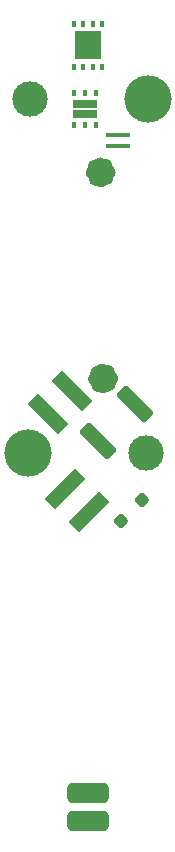
<source format=gbr>
%TF.GenerationSoftware,KiCad,Pcbnew,7.0.9*%
%TF.CreationDate,2024-07-30T16:44:57+08:00*%
%TF.ProjectId,LED,4c45442e-6b69-4636-9164-5f7063625858,rev?*%
%TF.SameCoordinates,Original*%
%TF.FileFunction,Soldermask,Top*%
%TF.FilePolarity,Negative*%
%FSLAX46Y46*%
G04 Gerber Fmt 4.6, Leading zero omitted, Abs format (unit mm)*
G04 Created by KiCad (PCBNEW 7.0.9) date 2024-07-30 16:44:57*
%MOMM*%
%LPD*%
G01*
G04 APERTURE LIST*
G04 Aperture macros list*
%AMRoundRect*
0 Rectangle with rounded corners*
0 $1 Rounding radius*
0 $2 $3 $4 $5 $6 $7 $8 $9 X,Y pos of 4 corners*
0 Add a 4 corners polygon primitive as box body*
4,1,4,$2,$3,$4,$5,$6,$7,$8,$9,$2,$3,0*
0 Add four circle primitives for the rounded corners*
1,1,$1+$1,$2,$3*
1,1,$1+$1,$4,$5*
1,1,$1+$1,$6,$7*
1,1,$1+$1,$8,$9*
0 Add four rect primitives between the rounded corners*
20,1,$1+$1,$2,$3,$4,$5,0*
20,1,$1+$1,$4,$5,$6,$7,0*
20,1,$1+$1,$6,$7,$8,$9,0*
20,1,$1+$1,$8,$9,$2,$3,0*%
%AMRotRect*
0 Rectangle, with rotation*
0 The origin of the aperture is its center*
0 $1 length*
0 $2 width*
0 $3 Rotation angle, in degrees counterclockwise*
0 Add horizontal line*
21,1,$1,$2,0,0,$3*%
G04 Aperture macros list end*
%ADD10C,1.275000*%
%ADD11RoundRect,0.100000X-0.950000X0.100000X-0.950000X-0.100000X0.950000X-0.100000X0.950000X0.100000X0*%
%ADD12R,0.350000X0.630000*%
%ADD13R,2.210000X2.390000*%
%ADD14RoundRect,0.250000X0.742462X-1.308148X1.308148X-0.742462X-0.742462X1.308148X-1.308148X0.742462X0*%
%ADD15C,3.000000*%
%ADD16R,0.450000X0.630000*%
%ADD17R,1.050000X0.800000*%
%ADD18RotRect,1.200000X3.700000X315.000000*%
%ADD19C,4.000000*%
%ADD20RoundRect,0.437500X1.312500X-0.437500X1.312500X0.437500X-1.312500X0.437500X-1.312500X-0.437500X0*%
%ADD21RotRect,1.200000X3.700000X45.000000*%
%ADD22RoundRect,0.250000X0.000000X0.353553X-0.353553X0.000000X0.000000X-0.353553X0.353553X0.000000X0*%
G04 APERTURE END LIST*
D10*
X111637500Y-96250000D02*
G75*
G03*
X111637500Y-96250000I-637500J0D01*
G01*
X111837500Y-113700000D02*
G75*
G03*
X111837500Y-113700000I-637500J0D01*
G01*
D11*
%TO.C,R1*%
X112500000Y-93100000D03*
X112500000Y-94000000D03*
%TD*%
D12*
%TO.C,U2*%
X111147500Y-83667500D03*
X110347500Y-83667500D03*
X109547500Y-83667500D03*
X108747500Y-83667500D03*
X108747500Y-87337500D03*
X109547500Y-87337500D03*
X110347500Y-87337500D03*
X111147500Y-87337500D03*
D13*
X109947500Y-85502500D03*
%TD*%
D14*
%TO.C,L1*%
X110800000Y-119000000D03*
X113946626Y-115853374D03*
%TD*%
D15*
%TO.C,REF\u002A\u002A*%
X114836200Y-120000000D03*
%TD*%
%TO.C,REF\u002A\u002A*%
X105000000Y-90000000D03*
%TD*%
D16*
%TO.C,LM3401*%
X110650000Y-89560000D03*
X109700000Y-89560000D03*
X108750000Y-89560000D03*
X108750000Y-92240000D03*
X109700000Y-92240000D03*
X110650000Y-92240000D03*
D17*
X110225000Y-90500000D03*
X109175000Y-90500000D03*
X110225000Y-91300000D03*
X109175000Y-91300000D03*
%TD*%
D18*
%TO.C,L4*%
X108020102Y-123020102D03*
X110000000Y-125000000D03*
%TD*%
D19*
%TO.C,REF\u002A\u002A*%
X115000000Y-90000000D03*
%TD*%
D20*
%TO.C,NV4WB35AM1*%
X109950000Y-148800000D03*
X109950000Y-151200000D03*
%TD*%
D21*
%TO.C,L3*%
X106586228Y-116745127D03*
X108566126Y-114765229D03*
%TD*%
D22*
%TO.C,D1*%
X114500000Y-124000000D03*
X112732234Y-125767766D03*
%TD*%
D19*
%TO.C,REF\u002A\u002A*%
X104836228Y-119995127D03*
%TD*%
M02*

</source>
